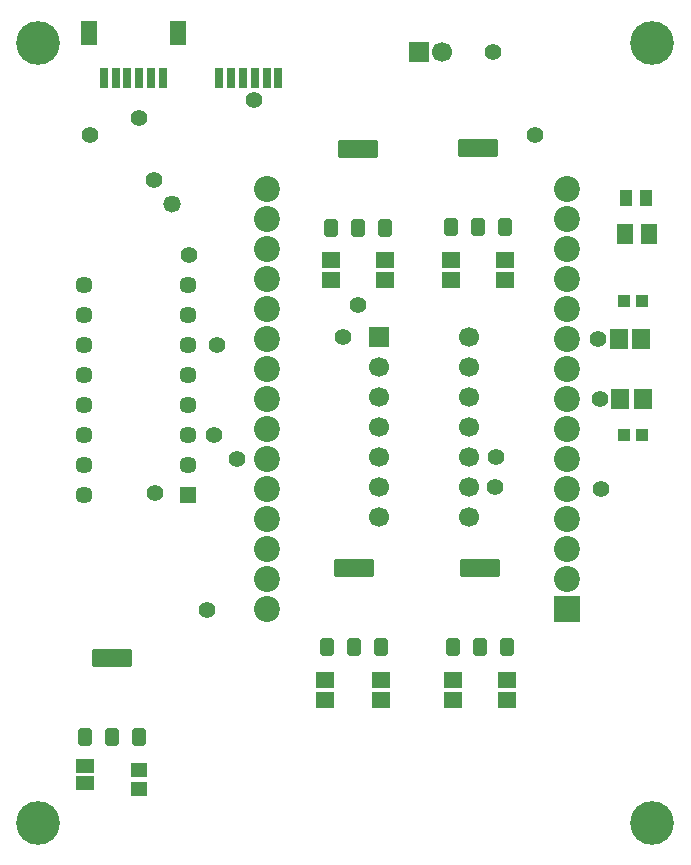
<source format=gts>
G04*
G04 #@! TF.GenerationSoftware,Altium Limited,Altium Designer,22.1.2 (22)*
G04*
G04 Layer_Color=8388736*
%FSLAX42Y42*%
%MOMM*%
G71*
G04*
G04 #@! TF.SameCoordinates,3311E10D-72A5-427B-B7FE-1BE08177FCE0*
G04*
G04*
G04 #@! TF.FilePolarity,Negative*
G04*
G01*
G75*
%ADD24R,1.46X1.30*%
%ADD26R,1.06X1.36*%
%ADD27R,0.80X1.75*%
%ADD28R,1.40X2.00*%
%ADD29R,1.60X1.75*%
%ADD30R,1.40X1.70*%
%ADD31R,1.00X1.00*%
G04:AMPARAMS|DCode=32|XSize=1.13mm|YSize=1.51mm|CornerRadius=0.17mm|HoleSize=0mm|Usage=FLASHONLY|Rotation=0.000|XOffset=0mm|YOffset=0mm|HoleType=Round|Shape=RoundedRectangle|*
%AMROUNDEDRECTD32*
21,1,1.13,1.17,0,0,0.0*
21,1,0.79,1.51,0,0,0.0*
1,1,0.34,0.40,-0.59*
1,1,0.34,-0.40,-0.59*
1,1,0.34,-0.40,0.59*
1,1,0.34,0.40,0.59*
%
%ADD32ROUNDEDRECTD32*%
G04:AMPARAMS|DCode=33|XSize=3.44mm|YSize=1.51mm|CornerRadius=0.2mm|HoleSize=0mm|Usage=FLASHONLY|Rotation=0.000|XOffset=0mm|YOffset=0mm|HoleType=Round|Shape=RoundedRectangle|*
%AMROUNDEDRECTD33*
21,1,3.44,1.11,0,0,0.0*
21,1,3.04,1.51,0,0,0.0*
1,1,0.40,1.52,-0.56*
1,1,0.40,-1.52,-0.56*
1,1,0.40,-1.52,0.56*
1,1,0.40,1.52,0.56*
%
%ADD33ROUNDEDRECTD33*%
%ADD34R,1.55X1.30*%
%ADD35R,1.60X1.40*%
%ADD36R,2.20X2.20*%
%ADD37C,2.20*%
%ADD38R,1.70X1.70*%
%ADD39C,1.70*%
%ADD40R,1.45X1.45*%
%ADD41C,1.45*%
%ADD42C,1.40*%
%ADD43C,1.47*%
%ADD44C,3.70*%
D24*
X1156Y588D02*
D03*
Y749D02*
D03*
D26*
X5447Y5588D02*
D03*
X5272D02*
D03*
D27*
X1833Y6600D02*
D03*
X1933D02*
D03*
X2033D02*
D03*
X2133D02*
D03*
X2233D02*
D03*
X2333D02*
D03*
X855D02*
D03*
X955D02*
D03*
X1055D02*
D03*
X1155D02*
D03*
X1255D02*
D03*
X1355D02*
D03*
D28*
X1485Y6988D02*
D03*
X725D02*
D03*
D29*
X5214Y4394D02*
D03*
X5404D02*
D03*
X5226Y3886D02*
D03*
X5416D02*
D03*
D30*
X5264Y5283D02*
D03*
X5474D02*
D03*
D31*
X5259Y4712D02*
D03*
X5409D02*
D03*
X5259Y3581D02*
D03*
X5409D02*
D03*
D32*
X698Y1024D02*
D03*
X927D02*
D03*
X1156D02*
D03*
X3810Y1786D02*
D03*
X4039D02*
D03*
X4268D02*
D03*
X2743D02*
D03*
X2972D02*
D03*
X3201D02*
D03*
X3797Y5342D02*
D03*
X4026D02*
D03*
X4255D02*
D03*
X2781Y5330D02*
D03*
X3010D02*
D03*
X3239D02*
D03*
D33*
X927Y1693D02*
D03*
X4039Y2455D02*
D03*
X2972D02*
D03*
X4026Y6011D02*
D03*
X3010Y5999D02*
D03*
D34*
X699Y775D02*
D03*
Y635D02*
D03*
D35*
X3810Y1507D02*
D03*
Y1337D02*
D03*
X4267Y1507D02*
D03*
Y1337D02*
D03*
X2731Y1511D02*
D03*
Y1341D02*
D03*
X3200Y1511D02*
D03*
Y1341D02*
D03*
X3797Y5063D02*
D03*
Y4893D02*
D03*
X4254Y5063D02*
D03*
Y4893D02*
D03*
X2781Y5063D02*
D03*
Y4893D02*
D03*
X3238Y5067D02*
D03*
Y4897D02*
D03*
D36*
X4775Y2108D02*
D03*
D37*
Y2362D02*
D03*
Y2616D02*
D03*
Y2870D02*
D03*
Y3124D02*
D03*
Y3378D02*
D03*
Y3632D02*
D03*
Y3886D02*
D03*
Y4140D02*
D03*
Y4394D02*
D03*
Y4648D02*
D03*
Y4902D02*
D03*
Y5156D02*
D03*
Y5410D02*
D03*
Y5664D02*
D03*
X2235Y2108D02*
D03*
Y2362D02*
D03*
Y2616D02*
D03*
Y2870D02*
D03*
Y3124D02*
D03*
Y3378D02*
D03*
Y3632D02*
D03*
Y3886D02*
D03*
Y4140D02*
D03*
Y4394D02*
D03*
Y4648D02*
D03*
Y4902D02*
D03*
Y5156D02*
D03*
Y5410D02*
D03*
Y5664D02*
D03*
D38*
X3519Y6824D02*
D03*
X3188Y4407D02*
D03*
D39*
X3719Y6824D02*
D03*
X3950Y2883D02*
D03*
Y3137D02*
D03*
Y3391D02*
D03*
Y3645D02*
D03*
Y3899D02*
D03*
Y4153D02*
D03*
Y4407D02*
D03*
X3188Y2883D02*
D03*
Y3137D02*
D03*
Y3391D02*
D03*
Y3645D02*
D03*
Y3899D02*
D03*
Y4153D02*
D03*
D40*
X1570Y3073D02*
D03*
D41*
Y3327D02*
D03*
Y3581D02*
D03*
Y3835D02*
D03*
Y4089D02*
D03*
Y4343D02*
D03*
Y4597D02*
D03*
Y4851D02*
D03*
X690D02*
D03*
Y4597D02*
D03*
Y4343D02*
D03*
Y4089D02*
D03*
Y3835D02*
D03*
Y3581D02*
D03*
Y3327D02*
D03*
Y3073D02*
D03*
D42*
X1156Y6261D02*
D03*
X4508Y6121D02*
D03*
X737D02*
D03*
X1283Y5740D02*
D03*
X2122Y6414D02*
D03*
X1285Y3086D02*
D03*
X1575Y5105D02*
D03*
X1816Y4343D02*
D03*
X1981Y3378D02*
D03*
X1791Y3581D02*
D03*
X3010Y4686D02*
D03*
X5067Y3124D02*
D03*
X5055Y3886D02*
D03*
X5042Y4394D02*
D03*
X2883Y4407D02*
D03*
X4149Y6824D02*
D03*
X4175Y3394D02*
D03*
X4166Y3137D02*
D03*
X1727Y2100D02*
D03*
D43*
X1435Y5537D02*
D03*
D44*
X300Y300D02*
D03*
X5500Y6900D02*
D03*
X300D02*
D03*
X5500Y300D02*
D03*
M02*

</source>
